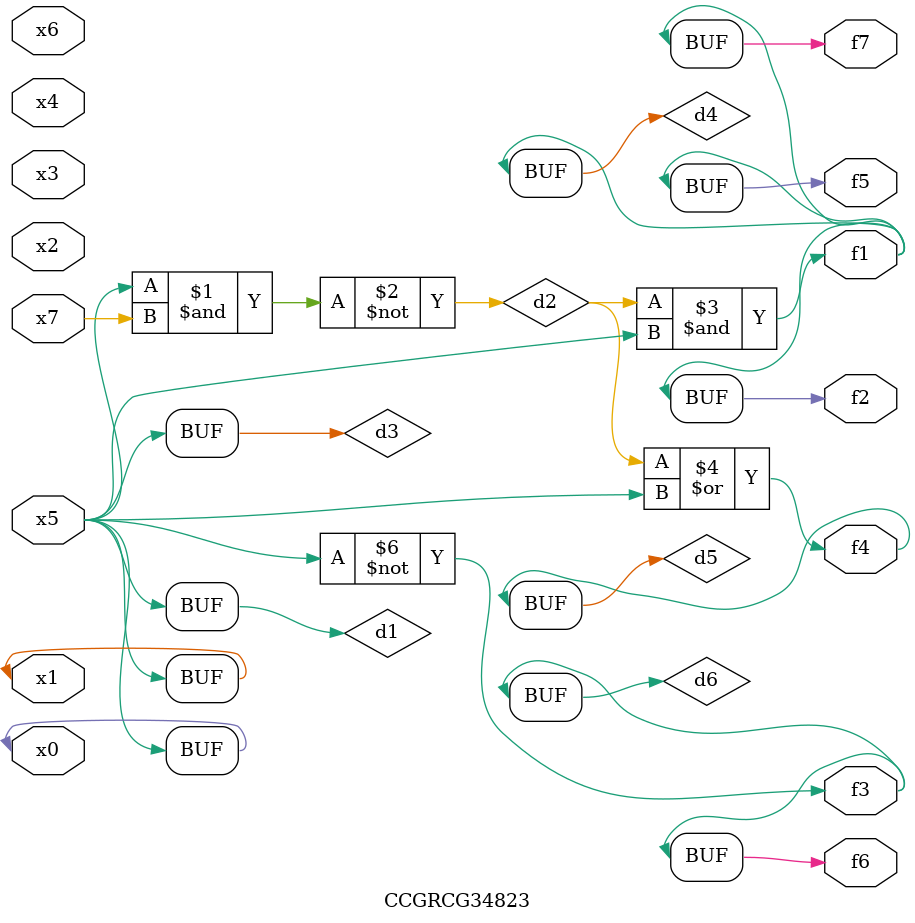
<source format=v>
module CCGRCG34823(
	input x0, x1, x2, x3, x4, x5, x6, x7,
	output f1, f2, f3, f4, f5, f6, f7
);

	wire d1, d2, d3, d4, d5, d6;

	buf (d1, x0, x5);
	nand (d2, x5, x7);
	buf (d3, x0, x1);
	and (d4, d2, d3);
	or (d5, d2, d3);
	nor (d6, d1, d3);
	assign f1 = d4;
	assign f2 = d4;
	assign f3 = d6;
	assign f4 = d5;
	assign f5 = d4;
	assign f6 = d6;
	assign f7 = d4;
endmodule

</source>
